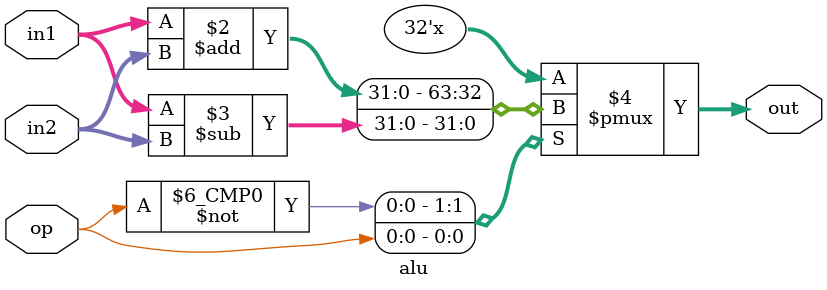
<source format=sv>


module alu(
    input logic op,
    input logic [31:0] in1,
    input logic [31:0] in2,
    output logic [31:0] out
);

    always_comb begin
        case (op)
            1'b0: out = in1 + in2;
            1'b1: out = in1 - in2;
        endcase
    end

endmodule
</source>
